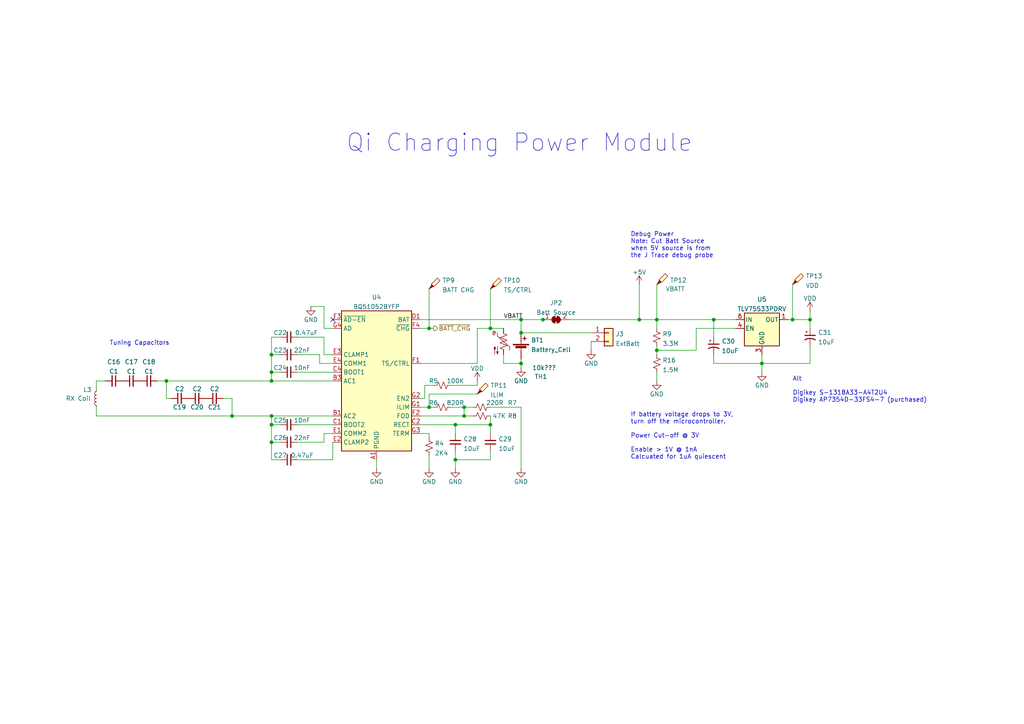
<source format=kicad_sch>
(kicad_sch (version 20211123) (generator eeschema)
  (paper "A4")
  (title_block (title "TekTag BioSensor") (date "2023-05-18") (rev "0.2 alpha") (company "© 2023 TekLabs Digital Pty Ltd") (comment 1 "Designed by Trevor Attema") (comment 2 "MIT License "))
  (lib_symbols
    (symbol "Battery_Management:BQ51052BYFP"
      (property "Reference" "U" (at -8.89 21.59 0))
      (property "Value" "BQ51052BYFP" (at 7.62 21.59 0))
      (symbol "BQ51052BYFP_0_1"
        (rectangle (start -10.16 -20.32) (end 10.16 20.32) (stroke (width 0.254)) (fill (type background)))
      )
      (symbol "BQ51052BYFP_1_1"
        (pin power_in line (at 0 -22.86 90) (length 2.54) (name "PGND") (number "A1"))
        (pin passive line (at 0 -22.86 90) (length 2.54) hide (name "PGND") (number "A2"))
        (pin passive line (at 0 -22.86 90) (length 2.54) hide (name "PGND") (number "A3"))
        (pin passive line (at 0 -22.86 90) (length 2.54) hide (name "PGND") (number "A4"))
        (pin input line (at -12.7 -10.16 0) (length 2.54) (name "AC2") (number "B1"))
        (pin input line (at -12.7 -10.16 0) (length 2.54) hide (name "AC2") (number "B2"))
        (pin input line (at -12.7 0 0) (length 2.54) (name "AC1") (number "B3"))
        (pin input line (at -12.7 0 0) (length 2.54) hide (name "AC1") (number "B4"))
        (pin passive line (at -12.7 -12.7 0) (length 2.54) (name "BOOT2") (number "C1"))
        (pin passive line (at 12.7 -12.7 180) (length 2.54) (name "RECT") (number "C2"))
        (pin passive line (at 12.7 -12.7 180) (length 2.54) hide (name "RECT") (number "C3"))
        (pin passive line (at -12.7 2.54 0) (length 2.54) (name "BOOT1") (number "C4"))
        (pin power_out line (at 12.7 17.78 180) (length 2.54) (name "BAT") (number "D1"))
        (pin passive line (at 12.7 17.78 180) (length 2.54) hide (name "BAT") (number "D2"))
        (pin passive line (at 12.7 17.78 180) (length 2.54) hide (name "BAT") (number "D3"))
        (pin passive line (at 12.7 17.78 180) (length 2.54) hide (name "BAT") (number "D4"))
        (pin open_collector line (at -12.7 -15.24 0) (length 2.54) (name "COMM2") (number "E1"))
        (pin open_collector line (at -12.7 -17.78 0) (length 2.54) (name "CLAMP2") (number "E2"))
        (pin open_collector line (at -12.7 7.62 0) (length 2.54) (name "CLAMP1") (number "E3"))
        (pin open_collector line (at -12.7 5.08 0) (length 2.54) (name "COMM1") (number "E4"))
        (pin input line (at 12.7 5.08 180) (length 2.54) (name "TS/CTRL") (number "F1"))
        (pin input line (at 12.7 -10.16 180) (length 2.54) (name "FOD") (number "F2"))
        (pin output line (at -12.7 17.78 0) (length 2.54) (name "~{AD-EN}") (number "F3"))
        (pin open_collector line (at 12.7 15.24 180) (length 2.54) (name "~{CHG}") (number "F4"))
        (pin passive line (at 12.7 -7.62 180) (length 2.54) (name "ILIM") (number "G1"))
        (pin input line (at 12.7 -5.08 180) (length 2.54) (name "EN2") (number "G2"))
        (pin input line (at 12.7 -15.24 180) (length 2.54) (name "TERM") (number "G3"))
        (pin input line (at -12.7 15.24 0) (length 2.54) (name "AD") (number "G4"))
      )
    )
    (symbol "Connector:TestPoint_Probe" (pin_numbers hide) (pin_names (offset 0.762) hide)
      (property "Reference" "TP" (at 1.651 5.842 0))
      (property "Value" "TestPoint_Probe" (at 1.651 4.064 0))
      (symbol "TestPoint_Probe_0_1"
        (polyline (pts (xy 1.27 0.762) (xy 0 0) (xy 0.762 1.27) (xy 1.27 0.762)) (fill (type outline)))
        (polyline (pts (xy 1.397 0.635) (xy 0.635 1.397) (xy 2.413 3.175) (xy 3.175 2.413) (xy 1.397 0.635)) (fill (type background)))
      )
      (symbol "TestPoint_Probe_1_1"
        (pin passive line (at 0 0 90) (length 0) (name "1") (number "1"))
      )
    )
    (symbol "Connector_Generic:Conn_01x02" (pin_names (offset 1.016) hide)
      (property "Reference" "J" (at 0 2.54 0))
      (property "Value" "Conn_01x02" (at 0 -5.08 0))
      (symbol "Conn_01x02_1_1"
        (rectangle (start -1.27 -2.413) (end 0 -2.667) (stroke (width 0.1524)))
        (rectangle (start -1.27 0.127) (end 0 -0.127) (stroke (width 0.1524)))
        (rectangle (start -1.27 1.27) (end 1.27 -3.81) (stroke (width 0.254)) (fill (type background)))
        (pin passive line (at -5.08 0 0) (length 3.81) (name "Pin_1") (number "1"))
        (pin passive line (at -5.08 -2.54 0) (length 3.81) (name "Pin_2") (number "2"))
      )
    )
    (symbol "Device:Battery_Cell" (pin_numbers hide) (pin_names (offset 0) hide)
      (property "Reference" "BT" (at 2.54 2.54 0))
      (property "Value" "Battery_Cell" (at 2.54 0 0))
      (symbol "Battery_Cell_0_1"
        (rectangle (start -2.286 1.778) (end 2.286 1.524) (fill (type outline)))
        (rectangle (start -1.5748 1.1938) (end 1.4732 0.6858) (fill (type outline)))
        (polyline (pts (xy 0 0.762) (xy 0 0)))
        (polyline (pts (xy 0 1.778) (xy 0 2.54)))
        (polyline (pts (xy 0.508 3.429) (xy 1.524 3.429)) (stroke (width 0.254)))
        (polyline (pts (xy 1.016 3.937) (xy 1.016 2.921)) (stroke (width 0.254)))
      )
      (symbol "Battery_Cell_1_1"
        (pin passive line (at 0 5.08 270) (length 2.54) (name "+") (number "1"))
        (pin passive line (at 0 -2.54 90) (length 2.54) (name "-") (number "2"))
      )
    )
    (symbol "Device:C_Polarized_Small_US" (pin_numbers hide) (pin_names (offset 0.254) hide)
      (property "Reference" "C" (at 0.254 1.778 0))
      (property "Value" "C_Polarized_Small_US" (at 0.254 -2.032 0))
      (symbol "C_Polarized_Small_US_0_1"
        (polyline (pts (xy -1.524 0.508) (xy 1.524 0.508)) (stroke (width 0.3048)))
        (polyline (pts (xy -1.27 1.524) (xy -0.762 1.524)))
        (polyline (pts (xy -1.016 1.27) (xy -1.016 1.778)))
        (arc (start 1.524 -0.762) (mid 0 -0.3734) (end -1.524 -0.762) (stroke (width 0.3048)))
      )
      (symbol "C_Polarized_Small_US_1_1"
        (pin passive line (at 0 2.54 270) (length 2.032) (name "~") (number "1"))
        (pin passive line (at 0 -2.54 90) (length 2.032) (name "~") (number "2"))
      )
    )
    (symbol "Device:L_Small" (pin_numbers hide) (pin_names (offset 0.254) hide)
      (property "Reference" "L" (at 0.762 1.016 0))
      (property "Value" "L_Small" (at 0.762 -1.016 0))
      (symbol "L_Small_0_1"
        (arc (start 0 -2.032) (mid 0.508 -1.524) (end 0 -1.016))
        (arc (start 0 -1.016) (mid 0.508 -0.508) (end 0 0))
        (arc (start 0 0) (mid 0.508 0.508) (end 0 1.016))
        (arc (start 0 1.016) (mid 0.508 1.524) (end 0 2.032))
      )
      (symbol "L_Small_1_1"
        (pin passive line (at 0 2.54 270) (length 0.508) (name "~") (number "1"))
        (pin passive line (at 0 -2.54 90) (length 0.508) (name "~") (number "2"))
      )
    )
    (symbol "Device:R_Small_US" (pin_numbers hide) (pin_names (offset 0.254) hide)
      (property "Reference" "R" (at 0.762 0.508 0))
      (property "Value" "R_Small_US" (at 0.762 -1.016 0))
      (symbol "R_Small_US_1_1"
        (polyline (pts (xy 0 0) (xy 1.016 -0.381) (xy 0 -0.762) (xy -1.016 -1.143) (xy 0 -1.524)))
        (polyline (pts (xy 0 1.524) (xy 1.016 1.143) (xy 0 0.762) (xy -1.016 0.381) (xy 0 0)))
        (pin passive line (at 0 2.54 270) (length 1.016) (name "~") (number "1"))
        (pin passive line (at 0 -2.54 90) (length 1.016) (name "~") (number "2"))
      )
    )
    (symbol "Device:Thermistor_NTC_US" (pin_numbers hide) (pin_names (offset 0))
      (property "Reference" "TH" (at -4.445 0 90))
      (property "Value" "Thermistor_NTC_US" (at 3.175 0 90))
      (symbol "Thermistor_NTC_US_0_1"
        (arc (start -3.048 2.159) (mid -3.0505 2.3165) (end -3.175 2.413))
        (arc (start -3.048 2.159) (mid -2.9736 1.9794) (end -2.794 1.905))
        (arc (start -3.048 2.794) (mid -2.9736 2.6144) (end -2.794 2.54))
        (arc (start -2.794 1.905) (mid -2.6144 1.9794) (end -2.54 2.159))
        (arc (start -2.794 2.54) (mid -2.434 2.5608) (end -2.159 2.794))
        (arc (start -2.794 3.048) (mid -2.9736 2.9736) (end -3.048 2.794))
        (arc (start -2.54 2.794) (mid -2.6144 2.9736) (end -2.794 3.048))
        (polyline (pts (xy -2.54 2.159) (xy -2.54 2.794)))
        (polyline (pts (xy 0 -2.286) (xy 0 -2.54)))
        (polyline (pts (xy 0 2.286) (xy 0 2.54)))
        (polyline (pts (xy -1.778 2.54) (xy -1.778 1.524) (xy 1.778 -1.524) (xy 1.778 -2.54)))
        (polyline (pts (xy 0 -0.762) (xy 1.016 -1.143) (xy 0 -1.524) (xy -1.016 -1.905) (xy 0 -2.286)))
        (polyline (pts (xy 0 0.762) (xy 1.016 0.381) (xy 0 0) (xy -1.016 -0.381) (xy 0 -0.762)))
        (polyline (pts (xy 0 2.286) (xy 1.016 1.905) (xy 0 1.524) (xy -1.016 1.143) (xy 0 0.762)))
        (polyline (pts (xy -2.54 -3.683) (xy -2.54 -1.397) (xy -2.794 -2.159) (xy -2.286 -2.159) (xy -2.54 -1.397) (xy -2.54 -1.651)) (fill (type outline)))
        (polyline (pts (xy -1.778 -1.397) (xy -1.778 -3.683) (xy -2.032 -2.921) (xy -1.524 -2.921) (xy -1.778 -3.683) (xy -1.778 -3.429)) (fill (type outline)))
      )
      (symbol "Thermistor_NTC_US_1_1"
        (pin passive line (at 0 3.81 270) (length 1.27) (name "~") (number "1"))
        (pin passive line (at 0 -3.81 90) (length 1.27) (name "~") (number "2"))
      )
    )
    (symbol "Jumper:SolderJumper_2_Bridged" (pin_names (offset 0) hide)
      (property "Reference" "JP" (at 0 2.032 0))
      (property "Value" "SolderJumper_2_Bridged" (at 0 -2.54 0))
      (symbol "SolderJumper_2_Bridged_0_1"
        (rectangle (start -0.508 0.508) (end 0.508 -0.508) (fill (type outline)))
        (arc (start -0.254 1.016) (mid -1.27 0) (end -0.254 -1.016))
        (arc (start -0.254 1.016) (mid -1.27 0) (end -0.254 -1.016) (fill (type outline)))
        (polyline (pts (xy -0.254 1.016) (xy -0.254 -1.016)))
        (polyline (pts (xy 0.254 1.016) (xy 0.254 -1.016)))
        (arc (start 0.254 -1.016) (mid 1.27 0) (end 0.254 1.016))
        (arc (start 0.254 -1.016) (mid 1.27 0) (end 0.254 1.016) (fill (type outline)))
      )
      (symbol "SolderJumper_2_Bridged_1_1"
        (pin passive line (at -3.81 0 0) (length 2.54) (name "A") (number "1"))
        (pin passive line (at 3.81 0 180) (length 2.54) (name "B") (number "2"))
      )
    )
    (symbol "Regulator_Linear:TLV75533PDRV" (pin_names (offset 0.254))
      (property "Reference" "U" (at -3.81 5.715 0))
      (property "Value" "TLV75533PDRV" (at 0 5.715 0))
      (symbol "TLV75533PDRV_0_1"
        (rectangle (start -5.08 4.445) (end 5.08 -5.08) (stroke (width 0.254)) (fill (type background)))
      )
      (symbol "TLV75533PDRV_1_1"
        (pin power_out line (at 7.62 2.54 180) (length 2.54) (name "OUT") (number "1"))
        (pin no_connect line (at 5.08 0 180) (length 2.54) hide (name "NC") (number "2"))
        (pin power_in line (at 0 -7.62 90) (length 2.54) (name "GND") (number "3"))
        (pin input line (at -7.62 0 0) (length 2.54) (name "EN") (number "4"))
        (pin no_connect line (at 5.08 -2.54 180) (length 2.54) hide (name "NC") (number "5"))
        (pin power_in line (at -7.62 2.54 0) (length 2.54) (name "IN") (number "6"))
        (pin passive line (at 0 -7.62 90) (length 2.54) hide (name "GND") (number "7"))
      )
    )
    (symbol "TekLabs:C_Small" (pin_numbers hide) (pin_names (offset 0.254) hide)
      (property "Reference" "C?" (at 2.3241 0.9022 0))
      (property "Value" "C_Small" (at 2.3241 -1.8729 0))
      (symbol "C_Small_0_1"
        (polyline (pts (xy -1.524 -0.508) (xy 1.524 -0.508)) (stroke (width 0.3302)))
        (polyline (pts (xy -1.524 0.508) (xy 1.524 0.508)) (stroke (width 0.3048)))
      )
      (symbol "C_Small_1_1"
        (pin passive line (at 0 2.54 270) (length 2.032) (name "~") (number "1"))
        (pin passive line (at 0 -2.54 90) (length 2.032) (name "~") (number "2"))
      )
    )
    (symbol "power:+5V" (power) (pin_names (offset 0))
      (property "Value" "+5V" (at 0 3.556 0))
      (symbol "+5V_0_1"
        (polyline (pts (xy -0.762 1.27) (xy 0 2.54)))
        (polyline (pts (xy 0 0) (xy 0 2.54)))
        (polyline (pts (xy 0 2.54) (xy 0.762 1.27)))
      )
      (symbol "+5V_1_1"
        (pin power_in line (at 0 0 90) (length 0) hide (name "+5V") (number "1"))
      )
    )
    (symbol "power:GND" (power) (pin_names (offset 0))
      (property "Value" "GND" (at 0 -3.81 0))
      (symbol "GND_0_1"
        (polyline (pts (xy 0 0) (xy 0 -1.27) (xy 1.27 -1.27) (xy 0 -2.54) (xy -1.27 -1.27) (xy 0 -1.27)))
      )
      (symbol "GND_1_1"
        (pin power_in line (at 0 0 270) (length 0) hide (name "GND") (number "1"))
      )
    )
    (symbol "power:VDD" (power) (pin_names (offset 0))
      (property "Value" "VDD" (at 0 3.81 0))
      (symbol "VDD_0_1"
        (polyline (pts (xy -0.762 1.27) (xy 0 2.54)))
        (polyline (pts (xy 0 0) (xy 0 2.54)))
        (polyline (pts (xy 0 2.54) (xy 0.762 1.27)))
      )
      (symbol "VDD_1_1"
        (pin power_in line (at 0 0 90) (length 0) hide (name "VDD") (number "1"))
      )
    )
  )
  (junction (at 48.26 110.49))
  (junction (at 124.46 95.25))
  (junction (at 151.13 96.52))
  (junction (at 132.08 133.35))
  (junction (at 142.24 123.19))
  (junction (at 207.01 92.71))
  (junction (at 190.5 101.6))
  (junction (at 78.74 123.19))
  (junction (at 78.74 107.95))
  (junction (at 124.46 118.11))
  (junction (at 78.74 102.87))
  (junction (at 134.62 118.11))
  (junction (at 151.13 105.41))
  (junction (at 234.95 92.71))
  (junction (at 78.74 110.49))
  (junction (at 78.74 128.27))
  (junction (at 185.42 92.71))
  (junction (at 142.24 95.25))
  (junction (at 229.87 92.71))
  (junction (at 67.31 120.65))
  (junction (at 220.98 105.41))
  (junction (at 157.48 92.71))
  (junction (at 151.13 92.71))
  (junction (at 78.74 120.65))
  (junction (at 134.62 120.65))
  (junction (at 190.5 92.71))
  (junction (at 132.08 123.19))
  (no_connect (at 96.52 92.71))
  (wire (pts (xy 121.92 125.73) (xy 124.46 125.73)))
  (wire (pts (xy 124.46 114.3) (xy 124.46 118.11)))
  (wire (pts (xy 229.87 82.55) (xy 229.87 92.71)))
  (wire (pts (xy 130.81 118.11) (xy 134.62 118.11)))
  (wire (pts (xy 142.24 120.65) (xy 142.24 123.19)))
  (wire (pts (xy 138.43 110.49) (xy 138.43 111.76)))
  (wire (pts (xy 81.28 133.35) (xy 78.74 133.35)))
  (wire (pts (xy 93.98 95.25) (xy 93.98 88.9)))
  (wire (pts (xy 78.74 97.79) (xy 78.74 102.87)))
  (wire (pts (xy 132.08 123.19) (xy 142.24 123.19)))
  (wire (pts (xy 234.95 95.25) (xy 234.95 92.71)))
  (wire (pts (xy 138.43 114.3) (xy 124.46 114.3)))
  (wire (pts (xy 86.36 133.35) (xy 96.52 133.35)))
  (wire (pts (xy 190.5 100.33) (xy 190.5 101.6)))
  (wire (pts (xy 93.98 125.73) (xy 96.52 125.73)))
  (wire (pts (xy 165.1 92.71) (xy 185.42 92.71)))
  (wire (pts (xy 96.52 133.35) (xy 96.52 128.27)))
  (wire (pts (xy 201.93 95.25) (xy 201.93 101.6)))
  (wire (pts (xy 134.62 120.65) (xy 134.62 118.11)))
  (wire (pts (xy 86.36 123.19) (xy 96.52 123.19)))
  (wire (pts (xy 151.13 96.52) (xy 151.13 92.71)))
  (wire (pts (xy 121.92 120.65) (xy 134.62 120.65)))
  (wire (pts (xy 134.62 118.11) (xy 137.16 118.11)))
  (wire (pts (xy 190.5 110.49) (xy 190.5 107.95)))
  (wire (pts (xy 185.42 92.71) (xy 190.5 92.71)))
  (wire (pts (xy 142.24 118.11) (xy 151.13 118.11)))
  (wire (pts (xy 93.98 102.87) (xy 93.98 97.79)))
  (wire (pts (xy 207.01 102.87) (xy 207.01 105.41)))
  (wire (pts (xy 151.13 92.71) (xy 121.92 92.71)))
  (wire (pts (xy 93.98 128.27) (xy 93.98 125.73)))
  (wire (pts (xy 190.5 92.71) (xy 190.5 95.25)))
  (wire (pts (xy 132.08 130.81) (xy 132.08 133.35)))
  (wire (pts (xy 78.74 107.95) (xy 81.28 107.95)))
  (wire (pts (xy 124.46 125.73) (xy 124.46 127)))
  (wire (pts (xy 229.87 92.71) (xy 234.95 92.71)))
  (wire (pts (xy 151.13 104.14) (xy 151.13 105.41)))
  (wire (pts (xy 228.6 92.71) (xy 229.87 92.71)))
  (wire (pts (xy 220.98 107.95) (xy 220.98 105.41)))
  (wire (pts (xy 96.52 95.25) (xy 93.98 95.25)))
  (wire (pts (xy 48.26 110.49) (xy 78.74 110.49)))
  (wire (pts (xy 48.26 110.49) (xy 48.26 115.57)))
  (wire (pts (xy 124.46 135.89) (xy 124.46 132.08)))
  (wire (pts (xy 45.72 110.49) (xy 48.26 110.49)))
  (wire (pts (xy 78.74 123.19) (xy 78.74 128.27)))
  (wire (pts (xy 78.74 120.65) (xy 67.31 120.65)))
  (wire (pts (xy 123.19 111.76) (xy 125.73 111.76)))
  (wire (pts (xy 234.95 92.71) (xy 234.95 90.17)))
  (wire (pts (xy 151.13 118.11) (xy 151.13 135.89)))
  (wire (pts (xy 142.24 125.73) (xy 142.24 123.19)))
  (wire (pts (xy 134.62 120.65) (xy 137.16 120.65)))
  (wire (pts (xy 78.74 123.19) (xy 81.28 123.19)))
  (wire (pts (xy 190.5 101.6) (xy 190.5 102.87)))
  (wire (pts (xy 81.28 102.87) (xy 78.74 102.87)))
  (wire (pts (xy 78.74 120.65) (xy 78.74 123.19)))
  (wire (pts (xy 213.36 92.71) (xy 207.01 92.71)))
  (wire (pts (xy 123.19 115.57) (xy 123.19 111.76)))
  (wire (pts (xy 138.43 95.25) (xy 142.24 95.25)))
  (wire (pts (xy 30.48 110.49) (xy 27.94 110.49)))
  (wire (pts (xy 138.43 95.25) (xy 138.43 105.41)))
  (wire (pts (xy 78.74 128.27) (xy 78.74 133.35)))
  (wire (pts (xy 146.05 102.87) (xy 146.05 105.41)))
  (wire (pts (xy 190.5 92.71) (xy 207.01 92.71)))
  (wire (pts (xy 142.24 130.81) (xy 142.24 133.35)))
  (wire (pts (xy 190.5 101.6) (xy 201.93 101.6)))
  (wire (pts (xy 151.13 106.68) (xy 151.13 105.41)))
  (wire (pts (xy 151.13 92.71) (xy 157.48 92.71)))
  (wire (pts (xy 207.01 105.41) (xy 220.98 105.41)))
  (wire (pts (xy 78.74 107.95) (xy 78.74 110.49)))
  (wire (pts (xy 96.52 110.49) (xy 78.74 110.49)))
  (wire (pts (xy 86.36 107.95) (xy 96.52 107.95)))
  (wire (pts (xy 157.48 92.71) (xy 158.75 92.71)))
  (wire (pts (xy 207.01 92.71) (xy 207.01 97.79)))
  (wire (pts (xy 125.73 95.25) (xy 124.46 95.25)))
  (wire (pts (xy 121.92 123.19) (xy 132.08 123.19)))
  (wire (pts (xy 27.94 120.65) (xy 27.94 118.11)))
  (wire (pts (xy 234.95 105.41) (xy 220.98 105.41)))
  (wire (pts (xy 78.74 102.87) (xy 78.74 107.95)))
  (wire (pts (xy 146.05 105.41) (xy 151.13 105.41)))
  (wire (pts (xy 142.24 133.35) (xy 132.08 133.35)))
  (wire (pts (xy 86.36 128.27) (xy 93.98 128.27)))
  (wire (pts (xy 151.13 96.52) (xy 171.45 96.52)))
  (wire (pts (xy 86.36 97.79) (xy 93.98 97.79)))
  (wire (pts (xy 109.22 135.89) (xy 109.22 133.35)))
  (wire (pts (xy 121.92 105.41) (xy 138.43 105.41)))
  (wire (pts (xy 132.08 133.35) (xy 132.08 135.89)))
  (wire (pts (xy 96.52 120.65) (xy 78.74 120.65)))
  (wire (pts (xy 92.71 105.41) (xy 92.71 102.87)))
  (wire (pts (xy 190.5 82.55) (xy 190.5 92.71)))
  (wire (pts (xy 48.26 115.57) (xy 49.53 115.57)))
  (wire (pts (xy 220.98 105.41) (xy 220.98 102.87)))
  (wire (pts (xy 142.24 95.25) (xy 146.05 95.25)))
  (wire (pts (xy 81.28 128.27) (xy 78.74 128.27)))
  (wire (pts (xy 81.28 97.79) (xy 78.74 97.79)))
  (wire (pts (xy 27.94 110.49) (xy 27.94 113.03)))
  (wire (pts (xy 92.71 102.87) (xy 86.36 102.87)))
  (wire (pts (xy 67.31 120.65) (xy 67.31 115.57)))
  (wire (pts (xy 96.52 102.87) (xy 93.98 102.87)))
  (wire (pts (xy 213.36 95.25) (xy 201.93 95.25)))
  (wire (pts (xy 132.08 123.19) (xy 132.08 125.73)))
  (wire (pts (xy 64.77 115.57) (xy 67.31 115.57)))
  (wire (pts (xy 234.95 100.33) (xy 234.95 105.41)))
  (wire (pts (xy 142.24 83.82) (xy 142.24 95.25)))
  (wire (pts (xy 121.92 115.57) (xy 123.19 115.57)))
  (wire (pts (xy 130.81 111.76) (xy 138.43 111.76)))
  (wire (pts (xy 67.31 120.65) (xy 27.94 120.65)))
  (wire (pts (xy 124.46 118.11) (xy 125.73 118.11)))
  (wire (pts (xy 171.45 101.6) (xy 171.45 99.06)))
  (wire (pts (xy 121.92 118.11) (xy 124.46 118.11)))
  (wire (pts (xy 185.42 82.55) (xy 185.42 92.71)))
  (wire (pts (xy 96.52 105.41) (xy 92.71 105.41)))
  (wire (pts (xy 124.46 95.25) (xy 121.92 95.25)))
  (wire (pts (xy 124.46 83.82) (xy 124.46 95.25)))
  (wire (pts (xy 93.98 88.9) (xy 90.17 88.9)))
  (text "Debug Power\nNote: Cut Batt Source\nwhen 5V source is from\nthe J Trace debug probe" (at 182.88 74.93 0) (effects (font (size 1.27 1.27)) (justify left bottom)))
  (text "Tuning Capacitors" (at 31.75 100.33 0) (effects (font (size 1.27 1.27)) (justify left bottom)))
  (text "Alt\n\nDigikey S-1318A33-A4T2U4\nDigikey AP7354D-33FS4-7 (purchased)" (at 229.87 116.84 0) (effects (font (size 1.27 1.27)) (justify left bottom)))
  (text "If battery voltage drops to 3V,\nturn off the microcontroller.\n\nPower Cut-off @ 3V\n\nEnable > 1V @ 1nA\nCalcuated for 1uA quiescent" (at 182.88 133.35 0) (effects (font (size 1.27 1.27)) (justify left bottom)))
  (text "Qi Charging Power Module" (at 100.33 44.45 0) (effects (font (size 5 5)) (justify left bottom)))
  (label "VBATT" (at 146.05 92.71 0))
  (hierarchical_label "~{BATT_CHG}" (shape output) (at 125.73 95.25 0))
  (symbol (lib_id "TekLabs:C_Small") (at 83.82 97.79 90) (unit 1)
    (property "Reference" "C22" (at 81.28 96.52 90))
    (property "Value" "0.47uF" (at 88.9 96.52 90))
    (property "Footprint" "Capacitor_SMD:C_0402_1005Metric" (effects hide))
    (property "Digikey" "GRM155R71H473KE14J" (effects hide))
  )
  (symbol (lib_id "TekLabs:C_Small") (at 83.82 107.95 90) (unit 1)
    (property "Reference" "C24" (at 81.28 106.68 90))
    (property "Value" "10nF" (at 87.63 106.68 90))
    (property "Footprint" "Capacitor_SMD:C_0402_1005Metric" (effects hide))
    (property "Digikey" "GCM155R71H103KA55J" (effects hide))
  )
  (symbol (lib_id "Device:R_Small_US") (at 190.5 97.79 180) (unit 1)
    (property "Reference" "R9" (at 192.151 96.8815 0) (effects (justify right)))
    (property "Value" "3.3M" (at 192.151 99.6566 0) (effects (justify right)))
    (property "Footprint" "Resistor_SMD:R_0402_1005Metric" (effects hide))
  )
  (symbol (lib_id "Connector:TestPoint_Probe") (at 229.87 82.55 0) (unit 1)
    (property "Reference" "TP13" (at 233.68 80.054 0) (effects (justify left)))
    (property "Value" "VDD" (at 233.68 82.8291 0) (effects (justify left)))
    (property "Footprint" "TekLabs:MicroTest-1" (effects hide))
  )
  (symbol (lib_id "Jumper:SolderJumper_2_Bridged") (at 161.29 92.71 0) (unit 1)
    (property "Reference" "JP2" (at 161.29 87.8545 0))
    (property "Value" "Batt Source" (at 161.29 90.6296 0))
    (property "Footprint" "TekLabs:MicroJump" (effects hide))
  )
  (symbol (lib_id "TekLabs:C_Small") (at 83.82 133.35 90) (unit 1)
    (property "Reference" "C27" (at 81.28 132.08 90))
    (property "Value" "0.47uF" (at 87.63 132.08 90))
    (property "Footprint" "Capacitor_SMD:C_0402_1005Metric" (effects hide))
    (property "Digikey" "GRM155R71H473KE14J" (effects hide))
  )
  (symbol (lib_id "TekLabs:C_Small") (at 83.82 123.19 90) (unit 1)
    (property "Reference" "C25" (at 81.28 121.92 90))
    (property "Value" "10nF" (at 87.63 121.92 90))
    (property "Footprint" "Capacitor_SMD:C_0402_1005Metric" (effects hide))
    (property "Digikey" "GCM155R71H103KA55J" (effects hide))
  )
  (symbol (lib_id "TekLabs:C_Small") (at 132.08 128.27 180) (unit 1)
    (property "Reference" "C28" (at 134.4041 127.3551 0) (effects (justify right)))
    (property "Value" "10uF" (at 134.4041 130.1302 0) (effects (justify right)))
    (property "Footprint" "Capacitor_SMD:C_0402_1005Metric" (effects hide))
    (property "Digikey" "GRM188R6YA106MA73D" (effects hide))
  )
  (symbol (lib_id "power:VDD") (at 138.43 110.49 0) (unit 1)
    (property "Reference" "#PWR030" (effects hide))
    (property "Value" "VDD" (at 138.43 106.8855 0))
  )
  (symbol (lib_id "TekLabs:C_Small") (at 62.23 115.57 90) (unit 1)
    (property "Reference" "C21" (at 62.23 118.11 90))
    (property "Value" "C2" (at 62.2363 112.8165 90))
    (property "Footprint" "Capacitor_SMD:C_0402_1005Metric" (effects hide))
  )
  (symbol (lib_id "Device:R_Small_US") (at 128.27 111.76 90) (unit 1)
    (property "Reference" "R5" (at 125.73 110.49 90))
    (property "Value" "100K" (at 132.08 110.49 90))
    (property "Footprint" "Resistor_SMD:R_0402_1005Metric" (effects hide))
  )
  (symbol (lib_id "Device:R_Small_US") (at 139.7 118.11 90) (unit 1)
    (property "Reference" "R7" (at 148.59 116.84 90))
    (property "Value" "220R" (at 143.51 116.84 90))
    (property "Footprint" "Resistor_SMD:R_0402_1005Metric" (effects hide))
  )
  (symbol (lib_id "power:GND") (at 151.13 135.89 0) (unit 1)
    (property "Reference" "#PWR032" (effects hide))
    (property "Value" "GND" (at 151.13 139.7 0))
  )
  (symbol (lib_id "power:GND") (at 132.08 135.89 0) (unit 1)
    (property "Reference" "#PWR029" (effects hide))
    (property "Value" "GND" (at 132.08 139.7 0))
  )
  (symbol (lib_id "Device:Battery_Cell") (at 151.13 101.6 0) (unit 1)
    (property "Reference" "BT1" (at 154.051 98.6595 0) (effects (justify left)))
    (property "Value" "Battery_Cell" (at 154.051 101.4346 0) (effects (justify left)))
    (property "Footprint" "TekLabs:CP1254 Battery" (effects hide))
  )
  (symbol (lib_id "power:VDD") (at 234.95 90.17 0) (unit 1)
    (property "Reference" "#PWR034" (effects hide))
    (property "Value" "VDD" (at 234.95 86.5655 0))
  )
  (symbol (lib_id "TekLabs:C_Small") (at 38.1 110.49 90) (unit 1)
    (property "Reference" "C17" (at 38.1063 104.9614 90))
    (property "Value" "C1" (at 38.1063 107.7365 90))
    (property "Footprint" "Capacitor_SMD:C_0402_1005Metric" (effects hide))
  )
  (symbol (lib_id "Connector:TestPoint_Probe") (at 124.46 83.82 0) (unit 1)
    (property "Reference" "TP9" (at 128.27 81.324 0) (effects (justify left)))
    (property "Value" "BATT CHG" (at 128.27 84.0991 0) (effects (justify left)))
    (property "Footprint" "TekLabs:MicroTest-1" (effects hide))
  )
  (symbol (lib_id "Connector:TestPoint_Probe") (at 190.5 82.55 0) (unit 1)
    (property "Reference" "TP12" (at 194.31 81.28 0) (effects (justify left)))
    (property "Value" "VBATT" (at 193.04 83.82 0) (effects (justify left)))
    (property "Footprint" "TekLabs:MicroTest-1" (effects hide))
  )
  (symbol (lib_id "power:GND") (at 151.13 106.68 0) (unit 1)
    (property "Reference" "#PWR031" (effects hide))
    (property "Value" "GND" (at 151.13 110.49 0))
  )
  (symbol (lib_id "TekLabs:C_Small") (at 142.24 128.27 180) (unit 1)
    (property "Reference" "C29" (at 144.5641 127.3551 0) (effects (justify right)))
    (property "Value" "10uF" (at 144.5641 130.1302 0) (effects (justify right)))
    (property "Footprint" "Capacitor_SMD:C_0402_1005Metric" (effects hide))
    (property "Digikey" "GRM188R6YA106MA73D" (effects hide))
  )
  (symbol (lib_id "Device:C_Polarized_Small_US") (at 207.01 100.33 0) (unit 1)
    (property "Reference" "C30" (at 209.3214 98.9897 0) (effects (justify left)))
    (property "Value" "10uF" (at 209.3214 101.7648 0) (effects (justify left)))
    (property "Footprint" "Capacitor_SMD:C_0603_1608Metric" (effects hide))
    (property "Datasheet" "https://search.murata.co.jp/Ceramy/image/img/A01X/G101/ENG/GRM188R6YA106MA73-01.pdf" (effects hide))
    (property "Digikey" "GRM188R6YA106MA73D" (effects hide))
  )
  (symbol (lib_id "Connector:TestPoint_Probe") (at 138.43 114.3 0) (unit 1)
    (property "Reference" "TP11" (at 142.24 111.804 0) (effects (justify left)))
    (property "Value" "ILIM" (at 142.24 114.5791 0) (effects (justify left)))
    (property "Footprint" "TekLabs:MicroTest-1" (effects hide))
  )
  (symbol (lib_id "power:GND") (at 171.45 101.6 0) (unit 1)
    (property "Reference" "#PWR0112" (effects hide))
    (property "Value" "GND" (at 171.45 105.41 0))
  )
  (symbol (lib_id "TekLabs:C_Small") (at 83.82 128.27 90) (unit 1)
    (property "Reference" "C26" (at 81.28 127 90))
    (property "Value" "22nF" (at 87.63 127 90))
    (property "Footprint" "Capacitor_SMD:C_0402_1005Metric" (effects hide))
    (property "Digikey" "GRM155R71H223KA12D" (effects hide))
  )
  (symbol (lib_id "TekLabs:C_Small") (at 43.18 110.49 90) (unit 1)
    (property "Reference" "C18" (at 43.1863 104.9614 90))
    (property "Value" "C1" (at 43.1863 107.7365 90))
    (property "Footprint" "Capacitor_SMD:C_0402_1005Metric" (effects hide))
  )
  (symbol (lib_id "power:GND") (at 109.22 135.89 0) (unit 1)
    (property "Reference" "#PWR027" (effects hide))
    (property "Value" "GND" (at 109.22 139.7 0))
  )
  (symbol (lib_id "Connector:TestPoint_Probe") (at 142.24 83.82 0) (unit 1)
    (property "Reference" "TP10" (at 146.05 81.324 0) (effects (justify left)))
    (property "Value" "TS/CTRL" (at 146.05 84.0991 0) (effects (justify left)))
    (property "Footprint" "TekLabs:MicroTest-1" (effects hide))
  )
  (symbol (lib_id "Device:R_Small_US") (at 139.7 120.65 90) (unit 1)
    (property "Reference" "R8" (at 148.59 120.65 90))
    (property "Value" "47K" (at 144.78 120.65 90))
    (property "Footprint" "Resistor_SMD:R_0402_1005Metric" (effects hide))
  )
  (symbol (lib_id "Device:R_Small_US") (at 128.27 118.11 90) (unit 1)
    (property "Reference" "R6" (at 125.73 116.84 90))
    (property "Value" "820R" (at 132.08 116.84 90))
    (property "Footprint" "Resistor_SMD:R_0402_1005Metric" (effects hide))
  )
  (symbol (lib_id "power:GND") (at 90.17 88.9 0) (unit 1)
    (property "Reference" "#PWR026" (effects hide))
    (property "Value" "GND" (at 90.17 92.71 0))
  )
  (symbol (lib_id "Device:R_Small_US") (at 124.46 129.54 180) (unit 1)
    (property "Reference" "R4" (at 126.111 128.6315 0) (effects (justify right)))
    (property "Value" "2K4" (at 126.111 131.4066 0) (effects (justify right)))
    (property "Footprint" "Resistor_SMD:R_0402_1005Metric" (effects hide))
  )
  (symbol (lib_id "TekLabs:C_Small") (at 83.82 102.87 90) (unit 1)
    (property "Reference" "C23" (at 81.28 101.6 90))
    (property "Value" "22nF" (at 87.63 101.6 90))
    (property "Footprint" "Capacitor_SMD:C_0402_1005Metric" (effects hide))
    (property "Digikey" "GRM155R71H223KA12D" (effects hide))
  )
  (symbol (lib_id "Device:Thermistor_NTC_US") (at 146.05 99.06 0) (unit 1)
    (property "Reference" "TH1" (at 158.75 109.22 0) (effects (justify right)))
    (property "Value" "10k???" (at 161.29 106.68 0) (effects (justify right)))
    (property "Footprint" "Resistor_SMD:R_0402_1005Metric" (effects hide))
  )
  (symbol (lib_id "Battery_Management:BQ51052BYFP") (at 109.22 110.49 0) (unit 1)
    (property "Reference" "U4" (at 109.22 86.2035 0))
    (property "Value" "BQ51052BYFP" (at 109.22 88.9786 0))
    (property "Footprint" "Package_BGA:Texas_DSBGA-28_1.9x3.0mm_Layout4x7_P0.4mm" (effects hide))
    (property "Datasheet" "http://www.ti.com/lit/ds/symlink/bq51052b.pdf" (effects hide))
  )
  (symbol (lib_id "TekLabs:C_Small") (at 57.15 115.57 90) (unit 1)
    (property "Reference" "C20" (at 57.15 118.11 90))
    (property "Value" "C2" (at 57.1563 112.8165 90))
    (property "Footprint" "Capacitor_SMD:C_0402_1005Metric" (effects hide))
  )
  (symbol (lib_id "Device:R_Small_US") (at 190.5 105.41 180) (unit 1)
    (property "Reference" "R16" (at 192.151 104.5015 0) (effects (justify right)))
    (property "Value" "1.5M" (at 192.151 107.2766 0) (effects (justify right)))
    (property "Footprint" "Resistor_SMD:R_0402_1005Metric" (effects hide))
  )
  (symbol (lib_id "power:+5V") (at 185.42 82.55 0) (unit 1)
    (property "Reference" "#PWR0110" (effects hide))
    (property "Value" "+5V" (at 185.42 78.9455 0))
  )
  (symbol (lib_id "Connector_Generic:Conn_01x02") (at 176.53 96.52 0) (unit 1)
    (property "Reference" "J3" (at 178.562 96.8815 0) (effects (justify left)))
    (property "Value" "ExtBatt" (at 178.562 99.6566 0) (effects (justify left)))
    (property "Footprint" "Connector_PinHeader_1.27mm:PinHeader_1x02_P1.27mm_Vertical" (effects hide))
  )
  (symbol (lib_id "Device:L_Small") (at 27.94 115.57 180) (unit 1)
    (property "Reference" "L3" (at 24.13 113.03 0) (effects (justify right)))
    (property "Value" "RX Coil" (at 19.05 115.57 0) (effects (justify right)))
    (property "Footprint" "Connector_PinHeader_1.27mm:PinHeader_1x02_P1.27mm_Vertical" (effects hide))
  )
  (symbol (lib_id "Device:C_Polarized_Small_US") (at 234.95 97.79 0) (unit 1)
    (property "Reference" "C31" (at 237.2614 96.4497 0) (effects (justify left)))
    (property "Value" "10uF" (at 237.2614 99.2248 0) (effects (justify left)))
    (property "Footprint" "Capacitor_SMD:C_0603_1608Metric" (effects hide))
    (property "Datasheet" "https://search.murata.co.jp/Ceramy/image/img/A01X/G101/ENG/GRM188R6YA106MA73-01.pdf" (effects hide))
    (property "Digikey" "GRM188R6YA106MA73D" (effects hide))
  )
  (symbol (lib_id "power:GND") (at 124.46 135.89 0) (unit 1)
    (property "Reference" "#PWR028" (effects hide))
    (property "Value" "GND" (at 124.46 139.7 0))
  )
  (symbol (lib_id "power:GND") (at 190.5 110.49 0) (unit 1)
    (property "Reference" "#PWR0111" (effects hide))
    (property "Value" "GND" (at 190.5 114.3 0))
  )
  (symbol (lib_id "Regulator_Linear:TLV75533PDRV") (at 220.98 95.25 0) (unit 1)
    (property "Reference" "U5" (at 220.98 86.8385 0))
    (property "Value" "TLV75533PDRV" (at 220.98 89.6136 0))
    (property "Footprint" "Package_SON:WSON-6-1EP_2x2mm_P0.65mm_EP1x1.6mm" (effects hide))
    (property "Datasheet" "http://www.ti.com/lit/ds/symlink/tlv755p.pdf" (effects hide))
    (property "Digikey" "296-51807-2-ND" (effects hide))
  )
  (symbol (lib_id "TekLabs:C_Small") (at 52.07 115.57 90) (unit 1)
    (property "Reference" "C19" (at 52.07 118.11 90))
    (property "Value" "C2" (at 52.0763 112.8165 90))
    (property "Footprint" "Capacitor_SMD:C_0402_1005Metric" (effects hide))
  )
  (symbol (lib_id "TekLabs:C_Small") (at 33.02 110.49 270) (mirror x) (unit 1)
    (property "Reference" "C16" (at 33.0136 104.9614 90))
    (property "Value" "C1" (at 33.0136 107.7365 90))
    (property "Footprint" "Capacitor_SMD:C_0402_1005Metric" (effects hide))
  )
  (symbol (lib_id "power:GND") (at 220.98 107.95 0) (unit 1)
    (property "Reference" "#PWR033" (effects hide))
    (property "Value" "GND" (at 220.98 111.76 0))
  )
)
</source>
